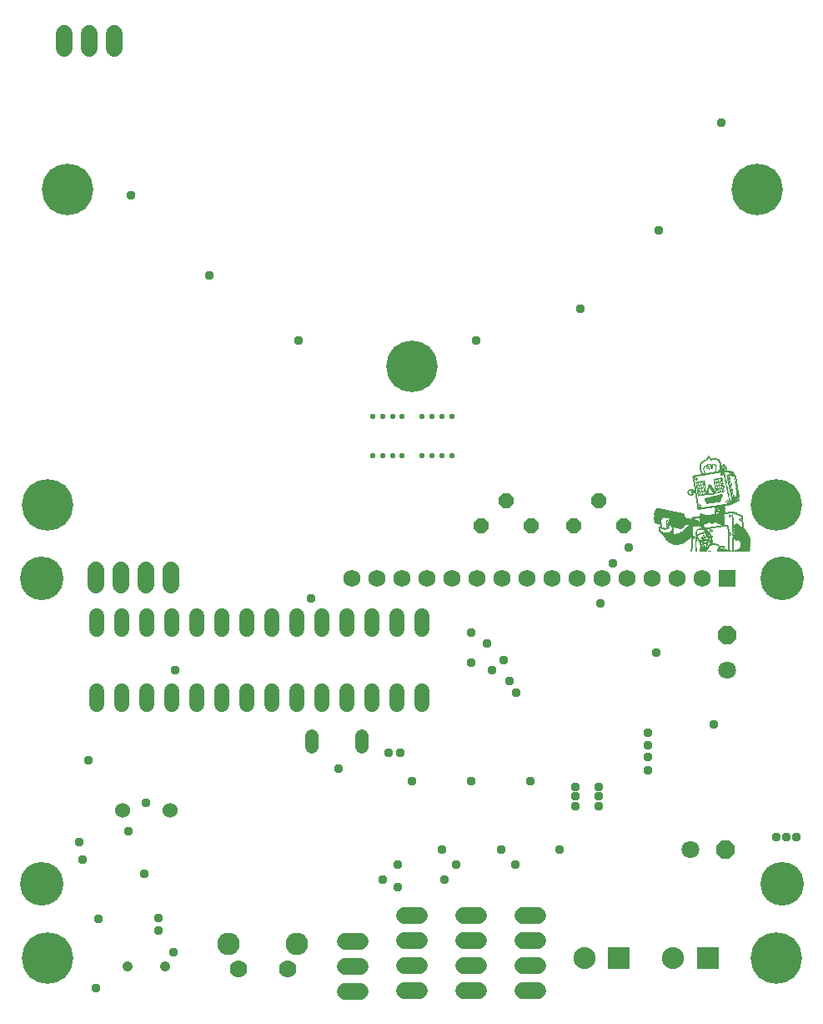
<source format=gbr>
G04 EAGLE Gerber X2 export*
%TF.Part,Single*%
%TF.FileFunction,Soldermask,Bot,1*%
%TF.FilePolarity,Negative*%
%TF.GenerationSoftware,Autodesk,EAGLE,8.6.1*%
%TF.CreationDate,2018-02-27T16:58:27Z*%
G75*
%MOMM*%
%FSLAX34Y34*%
%LPD*%
%AMOC8*
5,1,8,0,0,1.08239X$1,22.5*%
G01*
%ADD10R,0.127000X0.042162*%
%ADD11R,0.762000X0.042162*%
%ADD12R,0.381000X0.042162*%
%ADD13R,3.302000X0.042162*%
%ADD14R,0.127000X0.042419*%
%ADD15R,0.762000X0.042419*%
%ADD16R,0.254000X0.042419*%
%ADD17R,3.302000X0.042419*%
%ADD18R,1.313181X0.042419*%
%ADD19R,1.524000X0.042419*%
%ADD20R,1.270000X0.042162*%
%ADD21R,1.397000X0.042162*%
%ADD22R,0.802638X0.042419*%
%ADD23R,0.932181X0.042419*%
%ADD24R,0.718819X0.042419*%
%ADD25R,1.229363X0.042419*%
%ADD26R,0.170181X0.042162*%
%ADD27R,0.802638X0.042162*%
%ADD28R,0.591819X0.042162*%
%ADD29R,0.083819X0.042162*%
%ADD30R,1.143000X0.042162*%
%ADD31R,0.170181X0.042419*%
%ADD32R,0.845819X0.042419*%
%ADD33R,0.381000X0.042419*%
%ADD34R,0.083819X0.042419*%
%ADD35R,1.102363X0.042419*%
%ADD36R,1.059181X0.042419*%
%ADD37R,0.889000X0.042162*%
%ADD38R,0.210819X0.042162*%
%ADD39R,1.059181X0.042162*%
%ADD40R,0.594363X0.042419*%
%ADD41R,0.210819X0.042419*%
%ADD42R,1.056638X0.042419*%
%ADD43R,0.297181X0.042419*%
%ADD44R,0.167637X0.042419*%
%ADD45R,0.548638X0.042419*%
%ADD46R,0.043181X0.042162*%
%ADD47R,0.594363X0.042162*%
%ADD48R,1.016000X0.042162*%
%ADD49R,0.213363X0.042419*%
%ADD50R,0.043181X0.042419*%
%ADD51R,1.016000X0.042419*%
%ADD52R,0.086363X0.042419*%
%ADD53R,0.167637X0.042162*%
%ADD54R,0.294637X0.042162*%
%ADD55R,0.254000X0.042162*%
%ADD56R,0.721363X0.042419*%
%ADD57R,1.186181X0.042419*%
%ADD58R,0.551181X0.042419*%
%ADD59R,0.464819X0.042419*%
%ADD60R,1.397000X0.042419*%
%ADD61R,1.480819X0.042162*%
%ADD62R,0.213363X0.042162*%
%ADD63R,0.337819X0.042162*%
%ADD64R,1.056638X0.042162*%
%ADD65R,1.651000X0.042419*%
%ADD66R,1.099819X0.042419*%
%ADD67R,1.778000X0.042419*%
%ADD68R,1.864363X0.042162*%
%ADD69R,1.945638X0.042419*%
%ADD70R,0.591819X0.042419*%
%ADD71R,1.143000X0.042419*%
%ADD72R,2.032000X0.042419*%
%ADD73R,2.159000X0.042162*%
%ADD74R,0.464819X0.042162*%
%ADD75R,0.297181X0.042162*%
%ADD76R,1.186181X0.042162*%
%ADD77R,2.242819X0.042419*%
%ADD78R,2.329181X0.042419*%
%ADD79R,2.369819X0.042162*%
%ADD80R,1.356363X0.042162*%
%ADD81R,2.456181X0.042419*%
%ADD82R,2.540000X0.042419*%
%ADD83R,0.337819X0.042419*%
%ADD84R,0.508000X0.042419*%
%ADD85R,2.623819X0.042162*%
%ADD86R,0.551181X0.042162*%
%ADD87R,1.440181X0.042162*%
%ADD88R,2.667000X0.042419*%
%ADD89R,0.421637X0.042419*%
%ADD90R,1.480819X0.042419*%
%ADD91R,2.964181X0.042419*%
%ADD92R,3.091181X0.042162*%
%ADD93R,2.921000X0.042419*%
%ADD94R,2.964181X0.042162*%
%ADD95R,1.651000X0.042162*%
%ADD96R,3.048000X0.042419*%
%ADD97R,1.483363X0.042419*%
%ADD98R,2.583181X0.042419*%
%ADD99R,0.294637X0.042419*%
%ADD100R,1.440181X0.042419*%
%ADD101R,0.424181X0.042162*%
%ADD102R,1.610363X0.042162*%
%ADD103R,0.467363X0.042419*%
%ADD104R,0.424181X0.042419*%
%ADD105R,1.437638X0.042419*%
%ADD106R,1.353819X0.042162*%
%ADD107R,1.524000X0.042162*%
%ADD108R,1.270000X0.042419*%
%ADD109R,0.635000X0.042419*%
%ADD110R,1.183638X0.042419*%
%ADD111R,1.099819X0.042162*%
%ADD112R,1.229363X0.042162*%
%ADD113R,0.972819X0.042419*%
%ADD114R,0.929638X0.042162*%
%ADD115R,0.086363X0.042162*%
%ADD116R,0.889000X0.042419*%
%ADD117R,0.635000X0.042162*%
%ADD118R,0.972819X0.042162*%
%ADD119R,0.848363X0.042419*%
%ADD120R,0.340363X0.042162*%
%ADD121R,0.845819X0.042162*%
%ADD122R,0.675638X0.042162*%
%ADD123R,0.848363X0.042162*%
%ADD124R,0.548638X0.042162*%
%ADD125R,0.675638X0.042419*%
%ADD126R,1.694181X0.042419*%
%ADD127R,3.766819X0.042419*%
%ADD128R,3.893819X0.042162*%
%ADD129R,4.020819X0.042419*%
%ADD130R,4.064000X0.042419*%
%ADD131R,0.678181X0.042162*%
%ADD132R,3.218181X0.042162*%
%ADD133R,0.508000X0.042162*%
%ADD134R,0.678181X0.042419*%
%ADD135R,3.175000X0.042419*%
%ADD136R,2.496819X0.042419*%
%ADD137R,0.721363X0.042162*%
%ADD138R,3.131819X0.042162*%
%ADD139R,2.496819X0.042162*%
%ADD140R,3.091181X0.042419*%
%ADD141R,2.961638X0.042419*%
%ADD142R,0.040638X0.042162*%
%ADD143R,2.667000X0.042162*%
%ADD144R,2.499363X0.042419*%
%ADD145R,2.202181X0.042419*%
%ADD146R,0.340363X0.042419*%
%ADD147R,1.988819X0.042162*%
%ADD148R,1.821181X0.042419*%
%ADD149R,1.861819X0.042419*%
%ADD150R,2.075181X0.042162*%
%ADD151R,0.805181X0.042162*%
%ADD152R,3.258819X0.042419*%
%ADD153R,3.131819X0.042419*%
%ADD154R,2.580637X0.042162*%
%ADD155R,2.453638X0.042419*%
%ADD156R,0.929638X0.042419*%
%ADD157R,3.048000X0.042162*%
%ADD158R,1.310638X0.042419*%
%ADD159R,3.007363X0.042419*%
%ADD160R,2.877819X0.042419*%
%ADD161R,2.710181X0.042419*%
%ADD162R,1.818638X0.042419*%
%ADD163R,1.691638X0.042162*%
%ADD164R,2.286000X0.042419*%
%ADD165R,1.818638X0.042162*%
%ADD166R,1.737363X0.042419*%
%ADD167R,0.040638X0.042419*%
%ADD168R,1.564638X0.042162*%
%ADD169R,1.564638X0.042419*%
%ADD170R,1.694181X0.042162*%
%ADD171R,0.932181X0.042162*%
%ADD172R,0.421637X0.042162*%
%ADD173R,0.805181X0.042419*%
%ADD174C,0.553200*%
%ADD175C,1.524000*%
%ADD176C,1.524000*%
%ADD177C,1.320800*%
%ADD178C,2.286000*%
%ADD179C,1.778000*%
%ADD180R,1.727200X1.727200*%
%ADD181C,1.727200*%
%ADD182C,3.403200*%
%ADD183C,1.053200*%
%ADD184P,1.649562X8X22.500000*%
%ADD185R,2.235200X2.235200*%
%ADD186C,2.235200*%
%ADD187P,1.951982X8X22.500000*%
%ADD188C,1.803400*%
%ADD189P,1.951982X8X112.500000*%
%ADD190C,1.727200*%
%ADD191C,0.959600*%
%ADD192C,5.219200*%
%ADD193C,4.419200*%


D10*
X683771Y462117D03*
X688419Y462117D03*
D11*
X696267Y462117D03*
D12*
X702389Y462117D03*
D13*
X726316Y462117D03*
D14*
X683771Y462539D03*
X688419Y462539D03*
D15*
X696267Y462539D03*
D16*
X702617Y462539D03*
D17*
X726316Y462539D03*
D14*
X683771Y462964D03*
X688419Y462964D03*
D15*
X696267Y462964D03*
D18*
X716371Y462964D03*
D14*
X726112Y462964D03*
D19*
X735206Y462964D03*
D10*
X683771Y463387D03*
X688419Y463387D03*
D11*
X696267Y463387D03*
D20*
X716156Y463387D03*
D10*
X726112Y463387D03*
D21*
X736272Y463387D03*
D14*
X683771Y463809D03*
X688419Y463809D03*
D22*
X696471Y463809D03*
D23*
X714466Y463809D03*
D14*
X721871Y463809D03*
X726112Y463809D03*
D18*
X736691Y463809D03*
D14*
X683771Y464234D03*
X688419Y464234D03*
D22*
X696471Y464234D03*
D24*
X713831Y464234D03*
D14*
X721871Y464234D03*
X726112Y464234D03*
D25*
X737111Y464234D03*
D26*
X683986Y464657D03*
D10*
X688419Y464657D03*
D27*
X696471Y464657D03*
D28*
X713196Y464657D03*
D29*
X717006Y464657D03*
D10*
X721439Y464657D03*
X726112Y464657D03*
D30*
X737542Y464657D03*
D31*
X683986Y465079D03*
D14*
X688419Y465079D03*
D32*
X696686Y465079D03*
D33*
X712549Y465079D03*
D34*
X717006Y465079D03*
D14*
X721439Y465079D03*
X726112Y465079D03*
D35*
X737746Y465079D03*
D31*
X683986Y465504D03*
D14*
X688419Y465504D03*
D32*
X696686Y465504D03*
D16*
X712346Y465504D03*
D14*
X716791Y465504D03*
X721439Y465504D03*
X726112Y465504D03*
D36*
X737961Y465504D03*
D26*
X683986Y465927D03*
D10*
X688419Y465927D03*
D37*
X696902Y465927D03*
D38*
X712561Y465927D03*
D10*
X716791Y465927D03*
X721439Y465927D03*
X726112Y465927D03*
D39*
X737961Y465927D03*
D31*
X683986Y466349D03*
D34*
X688635Y466349D03*
D40*
X695836Y466349D03*
D31*
X700496Y466349D03*
D41*
X712561Y466349D03*
D14*
X716791Y466349D03*
X721439Y466349D03*
X726112Y466349D03*
D42*
X738381Y466349D03*
D31*
X683986Y466774D03*
D34*
X688635Y466774D03*
D43*
X694350Y466774D03*
D14*
X697741Y466774D03*
D44*
X700916Y466774D03*
D45*
X714251Y466774D03*
D14*
X721439Y466774D03*
X726112Y466774D03*
D42*
X738381Y466774D03*
D26*
X683986Y467197D03*
D29*
X688635Y467197D03*
D26*
X694146Y467197D03*
D10*
X697309Y467197D03*
D46*
X699430Y467197D03*
D38*
X701131Y467197D03*
D47*
X713616Y467197D03*
D10*
X721439Y467197D03*
X726112Y467197D03*
D48*
X738584Y467197D03*
D31*
X683986Y467619D03*
D34*
X688635Y467619D03*
D49*
X693931Y467619D03*
D14*
X696902Y467619D03*
D50*
X699430Y467619D03*
D49*
X701551Y467619D03*
D41*
X711291Y467619D03*
D49*
X714251Y467619D03*
D14*
X721439Y467619D03*
X726112Y467619D03*
D51*
X738584Y467619D03*
D31*
X683986Y468044D03*
D34*
X688635Y468044D03*
D41*
X693511Y468044D03*
D14*
X696471Y468044D03*
D52*
X699646Y468044D03*
D16*
X702186Y468044D03*
D41*
X710860Y468044D03*
D14*
X721439Y468044D03*
X726112Y468044D03*
D51*
X738584Y468044D03*
D10*
X684202Y468467D03*
D29*
X688635Y468467D03*
D53*
X693296Y468467D03*
D10*
X696039Y468467D03*
D46*
X699861Y468467D03*
D54*
X702821Y468467D03*
D55*
X710237Y468467D03*
D10*
X721439Y468467D03*
X726112Y468467D03*
D48*
X738584Y468467D03*
D34*
X668315Y468889D03*
D14*
X684202Y468889D03*
D34*
X688635Y468889D03*
D44*
X693296Y468889D03*
D14*
X695632Y468889D03*
D50*
X699861Y468889D03*
D23*
X706415Y468889D03*
D14*
X721439Y468889D03*
X726112Y468889D03*
D51*
X738584Y468889D03*
D56*
X668531Y469314D03*
D14*
X684202Y469314D03*
D34*
X688635Y469314D03*
D31*
X692876Y469314D03*
D34*
X695416Y469314D03*
X700065Y469314D03*
D15*
X706427Y469314D03*
D14*
X721439Y469314D03*
X726112Y469314D03*
D51*
X738584Y469314D03*
D48*
X668734Y469737D03*
D10*
X684202Y469737D03*
D29*
X688635Y469737D03*
D10*
X692661Y469737D03*
D46*
X695620Y469737D03*
D29*
X700065Y469737D03*
D28*
X706415Y469737D03*
D10*
X721439Y469737D03*
X726112Y469737D03*
D48*
X738584Y469737D03*
D57*
X668746Y470159D03*
D14*
X684202Y470159D03*
D34*
X688635Y470159D03*
D14*
X692661Y470159D03*
D58*
X698160Y470159D03*
D59*
X705780Y470159D03*
D14*
X721439Y470159D03*
X726112Y470159D03*
D42*
X738381Y470159D03*
D60*
X668962Y470584D03*
D14*
X684202Y470584D03*
D34*
X688635Y470584D03*
D49*
X692661Y470584D03*
D45*
X697741Y470584D03*
D16*
X702186Y470584D03*
D41*
X704941Y470584D03*
D14*
X721439Y470584D03*
X726112Y470584D03*
D42*
X738381Y470584D03*
D61*
X668950Y471007D03*
D10*
X684202Y471007D03*
D29*
X688635Y471007D03*
D62*
X692661Y471007D03*
D38*
X695620Y471007D03*
X699430Y471007D03*
D63*
X703875Y471007D03*
D10*
X721439Y471007D03*
X726112Y471007D03*
D64*
X738381Y471007D03*
D65*
X668962Y471429D03*
D14*
X684202Y471429D03*
D34*
X688635Y471429D03*
D14*
X692229Y471429D03*
D34*
X693715Y471429D03*
D31*
X695416Y471429D03*
D41*
X699430Y471429D03*
X704510Y471429D03*
D14*
X721439Y471429D03*
X726112Y471429D03*
D66*
X738165Y471429D03*
D67*
X669166Y471854D03*
D14*
X684202Y471854D03*
D34*
X688635Y471854D03*
D44*
X692026Y471854D03*
D41*
X694350Y471854D03*
D50*
X696051Y471854D03*
D41*
X699430Y471854D03*
D16*
X703887Y471854D03*
D14*
X721439Y471854D03*
X726112Y471854D03*
D66*
X738165Y471854D03*
D68*
X669166Y472277D03*
D10*
X684202Y472277D03*
D29*
X688635Y472277D03*
D53*
X692026Y472277D03*
X694566Y472277D03*
D29*
X696255Y472277D03*
X697956Y472277D03*
D53*
X699646Y472277D03*
D26*
X702605Y472277D03*
D10*
X704522Y472277D03*
X721439Y472277D03*
X726112Y472277D03*
D30*
X737949Y472277D03*
D69*
X669166Y472699D03*
D14*
X684202Y472699D03*
X688851Y472699D03*
D70*
X693715Y472699D03*
D50*
X697321Y472699D03*
D33*
X700281Y472699D03*
D14*
X704522Y472699D03*
X721439Y472699D03*
X726112Y472699D03*
D71*
X737542Y472699D03*
D72*
X669166Y473124D03*
D14*
X684202Y473124D03*
X688851Y473124D03*
D70*
X693715Y473124D03*
D33*
X699849Y473124D03*
D43*
X703671Y473124D03*
D14*
X721439Y473124D03*
X726112Y473124D03*
D44*
X730126Y473124D03*
D71*
X737542Y473124D03*
D73*
X669369Y473547D03*
D10*
X684202Y473547D03*
X688851Y473547D03*
X691391Y473547D03*
D46*
X693511Y473547D03*
D74*
X698591Y473547D03*
D75*
X703240Y473547D03*
D10*
X721439Y473547D03*
X726112Y473547D03*
D55*
X729694Y473547D03*
D76*
X737326Y473547D03*
D77*
X669381Y473969D03*
D14*
X684202Y473969D03*
X688851Y473969D03*
X690959Y473969D03*
D31*
X697525Y473969D03*
D43*
X700700Y473969D03*
D14*
X704091Y473969D03*
X721439Y473969D03*
X726112Y473969D03*
D44*
X728856Y473969D03*
D18*
X736691Y473969D03*
D78*
X669381Y474394D03*
D14*
X684202Y474394D03*
X688851Y474394D03*
D44*
X690756Y474394D03*
D33*
X696039Y474394D03*
D31*
X701335Y474394D03*
D14*
X704091Y474394D03*
X721439Y474394D03*
X726112Y474394D03*
D31*
X728436Y474394D03*
D18*
X736691Y474394D03*
D79*
X669585Y474817D03*
D10*
X684202Y474817D03*
X688851Y474817D03*
X690552Y474817D03*
D12*
X695632Y474817D03*
D26*
X701335Y474817D03*
D10*
X703659Y474817D03*
X721439Y474817D03*
X726112Y474817D03*
X728221Y474817D03*
D80*
X736476Y474817D03*
D81*
X669585Y475239D03*
D14*
X684202Y475239D03*
X685879Y475239D03*
X688851Y475239D03*
X690552Y475239D03*
D43*
X694781Y475239D03*
D31*
X701335Y475239D03*
D14*
X703659Y475239D03*
X721439Y475239D03*
X726112Y475239D03*
X727789Y475239D03*
D60*
X736272Y475239D03*
D82*
X669597Y475664D03*
D83*
X685256Y475664D03*
D43*
X689701Y475664D03*
D84*
X695836Y475664D03*
D31*
X701335Y475664D03*
X703875Y475664D03*
D14*
X721439Y475664D03*
X726112Y475664D03*
D52*
X727586Y475664D03*
D60*
X735841Y475664D03*
D85*
X669585Y476087D03*
D38*
X684621Y476087D03*
D29*
X686526Y476087D03*
D55*
X689486Y476087D03*
D86*
X696051Y476087D03*
D10*
X701119Y476087D03*
D55*
X703887Y476087D03*
D10*
X721439Y476087D03*
D55*
X726747Y476087D03*
D87*
X735625Y476087D03*
D88*
X669801Y476509D03*
D41*
X684621Y476509D03*
D52*
X686946Y476509D03*
D16*
X689486Y476509D03*
D41*
X694350Y476509D03*
D89*
X699646Y476509D03*
D14*
X703252Y476509D03*
D52*
X704726Y476509D03*
D14*
X721439Y476509D03*
D41*
X726531Y476509D03*
D90*
X735421Y476509D03*
D91*
X670855Y476934D03*
D34*
X686526Y476934D03*
D16*
X689486Y476934D03*
D31*
X696686Y476934D03*
D83*
X700065Y476934D03*
D14*
X703252Y476934D03*
D52*
X704726Y476934D03*
D14*
X721439Y476934D03*
D41*
X726531Y476934D03*
D90*
X735421Y476934D03*
D92*
X671490Y477357D03*
D38*
X689270Y477357D03*
D62*
X696471Y477357D03*
D63*
X700065Y477357D03*
D75*
X703671Y477357D03*
D10*
X721439Y477357D03*
D53*
X726316Y477357D03*
D61*
X734990Y477357D03*
D93*
X670232Y477779D03*
D34*
X686095Y477779D03*
D41*
X689270Y477779D03*
D49*
X696471Y477779D03*
D83*
X700065Y477779D03*
D16*
X703456Y477779D03*
D14*
X721439Y477779D03*
D44*
X726316Y477779D03*
D90*
X734990Y477779D03*
D93*
X670232Y478204D03*
D16*
X689486Y478204D03*
D49*
X696471Y478204D03*
D43*
X699861Y478204D03*
D14*
X702821Y478204D03*
X721439Y478204D03*
X723572Y478204D03*
D65*
X733732Y478204D03*
D94*
X670016Y478627D03*
D75*
X689701Y478627D03*
D10*
X696471Y478627D03*
D75*
X699861Y478627D03*
D26*
X702605Y478627D03*
D10*
X721439Y478627D03*
D38*
X723560Y478627D03*
D95*
X733732Y478627D03*
D96*
X669597Y479049D03*
D33*
X690121Y479049D03*
D43*
X699861Y479049D03*
D31*
X702605Y479049D03*
D49*
X721871Y479049D03*
D34*
X724195Y479049D03*
D14*
X726112Y479049D03*
D97*
X734571Y479049D03*
D33*
X655399Y479474D03*
D98*
X671921Y479474D03*
D14*
X688851Y479474D03*
D99*
X691391Y479474D03*
D43*
X699861Y479474D03*
D14*
X702389Y479474D03*
D49*
X721871Y479474D03*
D34*
X724195Y479474D03*
D14*
X726112Y479474D03*
D100*
X734355Y479474D03*
D55*
X654357Y479897D03*
D101*
X658155Y479897D03*
X663235Y479897D03*
D102*
X676786Y479897D03*
D10*
X688851Y479897D03*
D63*
X692445Y479897D03*
D74*
X700700Y479897D03*
D62*
X721871Y479897D03*
D29*
X724195Y479897D03*
D10*
X726112Y479897D03*
D21*
X734139Y479897D03*
D41*
X653710Y480319D03*
D70*
X658155Y480319D03*
D83*
X663666Y480319D03*
D97*
X677421Y480319D03*
D14*
X688851Y480319D03*
D103*
X693931Y480319D03*
D104*
X700496Y480319D03*
D14*
X721439Y480319D03*
D41*
X723560Y480319D03*
D14*
X726112Y480319D03*
D60*
X734139Y480319D03*
D31*
X653075Y480744D03*
D15*
X658167Y480744D03*
D43*
X663870Y480744D03*
D105*
X678056Y480744D03*
D14*
X688851Y480744D03*
D51*
X697537Y480744D03*
D14*
X721439Y480744D03*
D31*
X723356Y480744D03*
D19*
X733097Y480744D03*
D53*
X652656Y481167D03*
D38*
X654980Y481167D03*
D53*
X661546Y481167D03*
D55*
X664086Y481167D03*
D106*
X678475Y481167D03*
D10*
X688851Y481167D03*
D37*
X698172Y481167D03*
D10*
X721439Y481167D03*
D107*
X733097Y481167D03*
D31*
X652236Y481589D03*
D14*
X654129Y481589D03*
X662181Y481589D03*
D41*
X664301Y481589D03*
D108*
X678894Y481589D03*
D14*
X688851Y481589D03*
D109*
X699011Y481589D03*
D14*
X721439Y481589D03*
D90*
X732881Y481589D03*
D14*
X652021Y482014D03*
D34*
X653506Y482014D03*
D52*
X662816Y482014D03*
D31*
X664505Y482014D03*
D110*
X679326Y482014D03*
D14*
X688851Y482014D03*
D43*
X699430Y482014D03*
D34*
X703875Y482014D03*
D14*
X721439Y482014D03*
D90*
X732450Y482014D03*
D55*
X652224Y482437D03*
D29*
X663235Y482437D03*
D10*
X664721Y482437D03*
D111*
X679745Y482437D03*
D29*
X689066Y482437D03*
D54*
X699011Y482437D03*
D26*
X703875Y482437D03*
D10*
X721439Y482437D03*
D26*
X725896Y482437D03*
D112*
X733301Y482437D03*
D14*
X651589Y482859D03*
D50*
X652871Y482859D03*
D16*
X664517Y482859D03*
D42*
X679961Y482859D03*
D34*
X689066Y482859D03*
D16*
X698807Y482859D03*
D34*
X703036Y482859D03*
D52*
X704726Y482859D03*
D14*
X721439Y482859D03*
D31*
X725896Y482859D03*
D25*
X733301Y482859D03*
D31*
X651805Y483284D03*
D49*
X664721Y483284D03*
D113*
X680380Y483284D03*
D14*
X689282Y483284D03*
D43*
X698591Y483284D03*
D34*
X703036Y483284D03*
D52*
X704726Y483284D03*
D14*
X721439Y483284D03*
D31*
X725896Y483284D03*
D57*
X733085Y483284D03*
D53*
X651386Y483707D03*
D46*
X663870Y483707D03*
D10*
X665152Y483707D03*
D114*
X680596Y483707D03*
D53*
X689486Y483707D03*
D75*
X698160Y483707D03*
D29*
X703036Y483707D03*
D115*
X704726Y483707D03*
D10*
X721439Y483707D03*
D106*
X731815Y483707D03*
D44*
X651386Y484129D03*
D14*
X665152Y484129D03*
D116*
X680799Y484129D03*
D33*
X690959Y484129D03*
D83*
X697956Y484129D03*
D16*
X703887Y484129D03*
D14*
X721439Y484129D03*
D18*
X731611Y484129D03*
D44*
X651386Y484554D03*
D16*
X656897Y484554D03*
D14*
X665152Y484554D03*
D32*
X681015Y484554D03*
D113*
X694350Y484554D03*
D31*
X703875Y484554D03*
D14*
X721439Y484554D03*
D108*
X731396Y484554D03*
D53*
X651386Y484977D03*
D117*
X657101Y484977D03*
D10*
X665152Y484977D03*
D27*
X681231Y484977D03*
X695201Y484977D03*
D10*
X721032Y484977D03*
D38*
X726100Y484977D03*
D118*
X732450Y484977D03*
D44*
X651386Y485399D03*
D15*
X656897Y485399D03*
D14*
X665152Y485399D03*
D43*
X672760Y485399D03*
D24*
X681650Y485399D03*
D119*
X698376Y485399D03*
D14*
X721032Y485399D03*
D41*
X726100Y485399D03*
D23*
X732246Y485399D03*
D14*
X651589Y485824D03*
D99*
X654561Y485824D03*
D83*
X659425Y485824D03*
D31*
X664936Y485824D03*
D84*
X672137Y485824D03*
D24*
X681650Y485824D03*
D36*
X699430Y485824D03*
D14*
X721032Y485824D03*
D71*
X730761Y485824D03*
D120*
X652656Y486247D03*
D55*
X659844Y486247D03*
D10*
X664721Y486247D03*
D121*
X671286Y486247D03*
D122*
X681866Y486247D03*
D12*
X695632Y486247D03*
D123*
X703456Y486247D03*
D10*
X721032Y486247D03*
D30*
X730761Y486247D03*
D43*
X652440Y486669D03*
D16*
X659844Y486669D03*
D25*
X669801Y486669D03*
D109*
X682069Y486669D03*
D33*
X695201Y486669D03*
D32*
X706846Y486669D03*
D14*
X721032Y486669D03*
X725681Y486669D03*
D34*
X727166Y486669D03*
D32*
X732246Y486669D03*
D16*
X652656Y487094D03*
X659844Y487094D03*
D108*
X670004Y487094D03*
D70*
X682285Y487094D03*
D89*
X694566Y487094D03*
D119*
X709806Y487094D03*
D14*
X721032Y487094D03*
X725681Y487094D03*
D113*
X731611Y487094D03*
D53*
X652656Y487517D03*
D10*
X658802Y487517D03*
X660479Y487517D03*
D106*
X670016Y487517D03*
D124*
X682501Y487517D03*
D54*
X688851Y487517D03*
D74*
X694350Y487517D03*
D121*
X713196Y487517D03*
D26*
X720816Y487517D03*
D10*
X725681Y487517D03*
D115*
X727586Y487517D03*
D86*
X731180Y487517D03*
D26*
X735625Y487517D03*
D14*
X652859Y487939D03*
X658802Y487939D03*
X660479Y487939D03*
D60*
X669801Y487939D03*
D36*
X685460Y487939D03*
D103*
X693931Y487939D03*
D23*
X716575Y487939D03*
D14*
X725681Y487939D03*
D40*
X730126Y487939D03*
D31*
X735625Y487939D03*
D14*
X652859Y488364D03*
D34*
X658586Y488364D03*
D52*
X660276Y488364D03*
D100*
X669585Y488364D03*
D51*
X685676Y488364D03*
D84*
X693727Y488364D03*
D125*
X717426Y488364D03*
D14*
X725681Y488364D03*
X727789Y488364D03*
D33*
X730761Y488364D03*
D31*
X735625Y488364D03*
D10*
X652859Y488787D03*
D29*
X658586Y488787D03*
D115*
X660276Y488787D03*
D102*
X669166Y488787D03*
D107*
X688216Y488787D03*
D117*
X717222Y488787D03*
D10*
X725681Y488787D03*
X728221Y488787D03*
D62*
X730761Y488787D03*
D26*
X735625Y488787D03*
D52*
X652656Y489209D03*
D34*
X658586Y489209D03*
D67*
X668327Y489209D03*
D126*
X687796Y489209D03*
D33*
X715089Y489209D03*
D14*
X725681Y489209D03*
X728652Y489209D03*
D31*
X730976Y489209D03*
X735625Y489209D03*
X652236Y489634D03*
D34*
X658586Y489634D03*
D127*
X678271Y489634D03*
D84*
X714886Y489634D03*
D14*
X725681Y489634D03*
D83*
X729706Y489634D03*
D31*
X735625Y489634D03*
D120*
X651386Y490057D03*
D29*
X658586Y490057D03*
D128*
X678906Y490057D03*
D28*
X714466Y490057D03*
D10*
X725681Y490057D03*
D38*
X729910Y490057D03*
D26*
X735625Y490057D03*
D84*
X650547Y490479D03*
D34*
X658586Y490479D03*
D129*
X679541Y490479D03*
D31*
X704306Y490479D03*
D24*
X713831Y490479D03*
D14*
X725681Y490479D03*
D31*
X735625Y490479D03*
D40*
X650116Y490904D03*
D34*
X658586Y490904D03*
D130*
X680164Y490904D03*
D83*
X704306Y490904D03*
D15*
X713616Y490904D03*
D14*
X725681Y490904D03*
D31*
X735625Y490904D03*
D131*
X649696Y491327D03*
D46*
X658790Y491327D03*
D132*
X675935Y491327D03*
D37*
X696902Y491327D03*
D133*
X704294Y491327D03*
D121*
X713196Y491327D03*
D10*
X725681Y491327D03*
D26*
X735625Y491327D03*
D134*
X649696Y491749D03*
D50*
X658790Y491749D03*
D135*
X675719Y491749D03*
D90*
X699861Y491749D03*
D113*
X712561Y491749D03*
D14*
X725681Y491749D03*
X735409Y491749D03*
D56*
X649481Y492174D03*
D50*
X658790Y492174D03*
D135*
X675719Y492174D03*
D136*
X704941Y492174D03*
D14*
X725681Y492174D03*
X735409Y492174D03*
D137*
X649481Y492597D03*
D115*
X659006Y492597D03*
D138*
X675935Y492597D03*
D139*
X704941Y492597D03*
D10*
X725681Y492597D03*
X735409Y492597D03*
D56*
X649481Y493019D03*
D50*
X659221Y493019D03*
D140*
X675731Y493019D03*
D136*
X704941Y493019D03*
D14*
X725681Y493019D03*
D50*
X733720Y493019D03*
D14*
X735409Y493019D03*
D15*
X649277Y493444D03*
D50*
X659221Y493444D03*
D141*
X675516Y493444D03*
D136*
X704941Y493444D03*
D14*
X725681Y493444D03*
D31*
X733516Y493444D03*
D14*
X735409Y493444D03*
D11*
X649277Y493867D03*
D142*
X659641Y493867D03*
D143*
X674449Y493867D03*
D139*
X704941Y493867D03*
D10*
X725681Y493867D03*
D29*
X733085Y493867D03*
D38*
X734990Y493867D03*
D22*
X649481Y494289D03*
D144*
X673611Y494289D03*
D34*
X687365Y494289D03*
D136*
X704941Y494289D03*
D14*
X725681Y494289D03*
D52*
X732666Y494289D03*
D41*
X734990Y494289D03*
D22*
X649481Y494714D03*
D145*
X672556Y494714D03*
D146*
X685676Y494714D03*
D136*
X704941Y494714D03*
D14*
X725681Y494714D03*
D52*
X732666Y494714D03*
D41*
X734990Y494714D03*
D121*
X649696Y495137D03*
D147*
X671490Y495137D03*
D120*
X685676Y495137D03*
D139*
X704941Y495137D03*
D10*
X725681Y495137D03*
D63*
X734355Y495137D03*
D32*
X649696Y495559D03*
D148*
X670651Y495559D03*
D43*
X685460Y495559D03*
D136*
X704941Y495559D03*
D14*
X725681Y495559D03*
D31*
X733516Y495559D03*
D14*
X735409Y495559D03*
D116*
X649912Y495984D03*
D149*
X668746Y495984D03*
D84*
X686514Y495984D03*
D136*
X704941Y495984D03*
D14*
X725681Y495984D03*
X735409Y495984D03*
D118*
X650331Y496407D03*
D150*
X666841Y496407D03*
D151*
X688000Y496407D03*
D139*
X704941Y496407D03*
D10*
X725681Y496407D03*
X735409Y496407D03*
D135*
X661342Y496829D03*
D152*
X701131Y496829D03*
D31*
X722925Y496829D03*
D34*
X725465Y496829D03*
D14*
X735409Y496829D03*
D153*
X661126Y497254D03*
D91*
X702605Y497254D03*
D34*
X722086Y497254D03*
D14*
X723572Y497254D03*
D34*
X725465Y497254D03*
D14*
X735409Y497254D03*
D138*
X661126Y497677D03*
D154*
X704091Y497677D03*
D29*
X722086Y497677D03*
D115*
X723776Y497677D03*
D29*
X725465Y497677D03*
D38*
X734990Y497677D03*
D153*
X661126Y498099D03*
D155*
X704726Y498099D03*
D34*
X722086Y498099D03*
D52*
X723776Y498099D03*
D34*
X725465Y498099D03*
D99*
X734571Y498099D03*
D140*
X661330Y498524D03*
D105*
X699646Y498524D03*
D156*
X712346Y498524D03*
D34*
X722086Y498524D03*
D14*
X723572Y498524D03*
D34*
X725465Y498524D03*
D33*
X733732Y498524D03*
D157*
X661114Y498947D03*
D28*
X695416Y498947D03*
D95*
X708739Y498947D03*
D26*
X722925Y498947D03*
D29*
X725465Y498947D03*
D12*
X732869Y498947D03*
D96*
X661114Y499369D03*
D59*
X694781Y499369D03*
D158*
X710441Y499369D03*
D34*
X722925Y499369D03*
X725465Y499369D03*
D33*
X731599Y499369D03*
D159*
X660911Y499794D03*
D33*
X694362Y499794D03*
D51*
X711914Y499794D03*
D34*
X725465Y499794D03*
D104*
X730545Y499794D03*
D94*
X660695Y500217D03*
D62*
X693931Y500217D03*
D10*
X707901Y500217D03*
D118*
X714670Y500217D03*
D29*
X725465Y500217D03*
D12*
X729491Y500217D03*
D160*
X660695Y500639D03*
D14*
X693931Y500639D03*
X707901Y500639D03*
D51*
X716587Y500639D03*
D34*
X725465Y500639D03*
D33*
X728652Y500639D03*
D161*
X659856Y501064D03*
D14*
X707901Y501064D03*
D162*
X720601Y501064D03*
D139*
X658790Y501487D03*
D10*
X707901Y501487D03*
D163*
X719966Y501487D03*
D164*
X657736Y501909D03*
D16*
X708536Y501909D03*
D104*
X714035Y501909D03*
D14*
X717222Y501909D03*
D125*
X723776Y501909D03*
D72*
X656897Y502334D03*
D59*
X710021Y502334D03*
D14*
X717222Y502334D03*
D41*
X724830Y502334D03*
D165*
X655831Y502757D03*
D48*
X712777Y502757D03*
D65*
X655399Y503179D03*
D14*
X708332Y503179D03*
D15*
X713616Y503179D03*
D60*
X654129Y503604D03*
D31*
X708116Y503604D03*
D58*
X714670Y503604D03*
D76*
X653075Y504027D03*
D75*
X708751Y504027D03*
D63*
X714035Y504027D03*
D10*
X716791Y504027D03*
D113*
X652440Y504449D03*
D70*
X710656Y504449D03*
D16*
X716587Y504449D03*
D125*
X651386Y504874D03*
D83*
X691606Y504874D03*
D51*
X712777Y504874D03*
D74*
X650331Y505297D03*
D117*
X693092Y505297D03*
D10*
X708332Y505297D03*
D137*
X714251Y505297D03*
D43*
X649900Y505719D03*
D32*
X694146Y505719D03*
D44*
X708536Y505719D03*
D58*
X713400Y505719D03*
D14*
X717222Y505719D03*
D110*
X695836Y506144D03*
D99*
X709171Y506144D03*
D83*
X714035Y506144D03*
D31*
X717006Y506144D03*
D26*
X690336Y506567D03*
D10*
X692661Y506567D03*
D39*
X699430Y506567D03*
D133*
X710237Y506567D03*
D115*
X714886Y506567D03*
D10*
X716791Y506567D03*
D31*
X690336Y506989D03*
D49*
X692661Y506989D03*
D66*
X703036Y506989D03*
D40*
X712346Y506989D03*
D14*
X716791Y506989D03*
D16*
X690756Y507414D03*
D34*
X693715Y507414D03*
D166*
X709171Y507414D03*
D38*
X690540Y507837D03*
D29*
X693715Y507837D03*
D87*
X710656Y507837D03*
D14*
X690121Y508259D03*
D167*
X691391Y508259D03*
D34*
X693715Y508259D03*
D25*
X711711Y508259D03*
D14*
X690121Y508684D03*
D34*
X691606Y508684D03*
X693715Y508684D03*
D36*
X713831Y508684D03*
D26*
X689905Y509107D03*
D62*
X692661Y509107D03*
D48*
X716994Y509107D03*
D31*
X689905Y509529D03*
D34*
X692876Y509529D03*
D116*
X719331Y509529D03*
D31*
X689905Y509954D03*
D24*
X721451Y509954D03*
D26*
X689905Y510377D03*
D115*
X699646Y510377D03*
D133*
X723344Y510377D03*
D31*
X689905Y510799D03*
D16*
X700077Y510799D03*
D14*
X720601Y510799D03*
D33*
X724842Y510799D03*
D14*
X689689Y511224D03*
D84*
X701347Y511224D03*
D49*
X720601Y511224D03*
D34*
X722925Y511224D03*
D83*
X725896Y511224D03*
D10*
X689689Y511647D03*
D37*
X702821Y511647D03*
D29*
X719546Y511647D03*
D10*
X721439Y511647D03*
D26*
X723356Y511647D03*
D63*
X726735Y511647D03*
D44*
X689486Y512069D03*
D108*
X704726Y512069D03*
D167*
X719331Y512069D03*
D34*
X721655Y512069D03*
X722925Y512069D03*
D14*
X724411Y512069D03*
D146*
X727586Y512069D03*
D44*
X689486Y512494D03*
D97*
X705361Y512494D03*
D167*
X719331Y512494D03*
D34*
X721655Y512494D03*
X722925Y512494D03*
D41*
X724830Y512494D03*
D83*
X728436Y512494D03*
D53*
X689486Y512917D03*
D168*
X705361Y512917D03*
D29*
X719546Y512917D03*
D62*
X721871Y512917D03*
D75*
X725261Y512917D03*
D63*
X729275Y512917D03*
D14*
X689282Y513339D03*
D169*
X705361Y513339D03*
D49*
X720601Y513339D03*
D52*
X722506Y513339D03*
D33*
X725681Y513339D03*
D146*
X730126Y513339D03*
D14*
X689282Y513764D03*
D65*
X705361Y513764D03*
D167*
X720601Y513764D03*
D52*
X722506Y513764D03*
D89*
X726316Y513764D03*
D99*
X730761Y513764D03*
D10*
X689282Y514187D03*
D95*
X705361Y514187D03*
D115*
X722506Y514187D03*
D124*
X726951Y514187D03*
D38*
X731180Y514187D03*
D14*
X689282Y514609D03*
D126*
X705145Y514609D03*
D52*
X722506Y514609D03*
D70*
X727166Y514609D03*
D44*
X731396Y514609D03*
D31*
X689066Y515034D03*
D166*
X705361Y515034D03*
D34*
X722086Y515034D03*
D84*
X726747Y515034D03*
D50*
X729910Y515034D03*
D44*
X731396Y515034D03*
D26*
X689066Y515457D03*
D170*
X705576Y515457D03*
D29*
X722086Y515457D03*
D74*
X726531Y515457D03*
D46*
X729910Y515457D03*
D10*
X731192Y515457D03*
D31*
X689066Y515879D03*
D65*
X705792Y515879D03*
D34*
X722086Y515879D03*
D84*
X726747Y515879D03*
D49*
X730761Y515879D03*
D14*
X688851Y516304D03*
D97*
X706631Y516304D03*
D34*
X722086Y516304D03*
D14*
X724842Y516304D03*
D58*
X729071Y516304D03*
D10*
X688851Y516727D03*
D106*
X707685Y516727D03*
D29*
X722086Y516727D03*
D10*
X724842Y516727D03*
D29*
X726735Y516727D03*
D46*
X727801Y516727D03*
D120*
X730126Y516727D03*
D14*
X688851Y517149D03*
D110*
X708536Y517149D03*
D34*
X721655Y517149D03*
D14*
X724842Y517149D03*
D34*
X726735Y517149D03*
X728436Y517149D03*
D43*
X731180Y517149D03*
D14*
X688851Y517574D03*
D51*
X709374Y517574D03*
D34*
X721655Y517574D03*
D14*
X724842Y517574D03*
D52*
X726316Y517574D03*
D31*
X729275Y517574D03*
D41*
X731611Y517574D03*
D26*
X688635Y517997D03*
D171*
X710225Y517997D03*
D29*
X721655Y517997D03*
X724626Y517997D03*
D115*
X726316Y517997D03*
D53*
X730126Y517997D03*
D10*
X732031Y517997D03*
D31*
X688635Y518419D03*
D50*
X690971Y518419D03*
D15*
X711076Y518419D03*
D34*
X721655Y518419D03*
D14*
X724411Y518419D03*
D52*
X726316Y518419D03*
D43*
X731180Y518419D03*
D16*
X683136Y518844D03*
D31*
X688635Y518844D03*
D146*
X692026Y518844D03*
D58*
X712130Y518844D03*
D14*
X721439Y518844D03*
X724411Y518844D03*
D52*
X726316Y518844D03*
D16*
X731396Y518844D03*
D172*
X683136Y519267D03*
D10*
X688419Y519267D03*
D117*
X693499Y519267D03*
D101*
X713196Y519267D03*
D10*
X721439Y519267D03*
X724411Y519267D03*
D115*
X726316Y519267D03*
D75*
X731180Y519267D03*
D84*
X683136Y519689D03*
D14*
X688419Y519689D03*
D52*
X690756Y519689D03*
D50*
X693080Y519689D03*
D59*
X696051Y519689D03*
D83*
X701335Y519689D03*
D16*
X714047Y519689D03*
D52*
X721236Y519689D03*
D31*
X724195Y519689D03*
D34*
X725896Y519689D03*
D14*
X730329Y519689D03*
X732031Y519689D03*
X681231Y520114D03*
D31*
X685256Y520114D03*
D44*
X688216Y520114D03*
D52*
X690756Y520114D03*
D50*
X693080Y520114D03*
D34*
X695416Y520114D03*
D23*
X701335Y520114D03*
D52*
X721236Y520114D03*
D14*
X723979Y520114D03*
D34*
X725896Y520114D03*
D16*
X730964Y520114D03*
D10*
X680799Y520537D03*
X685472Y520537D03*
D53*
X688216Y520537D03*
D10*
X690552Y520537D03*
D46*
X693080Y520537D03*
D142*
X695201Y520537D03*
D118*
X702401Y520537D03*
D115*
X721236Y520537D03*
D10*
X723979Y520537D03*
D29*
X725896Y520537D03*
D55*
X730964Y520537D03*
D44*
X680596Y520959D03*
D41*
X685460Y520959D03*
D44*
X688216Y520959D03*
D14*
X690552Y520959D03*
D34*
X692876Y520959D03*
D167*
X695201Y520959D03*
D34*
X697525Y520959D03*
X698795Y520959D03*
D14*
X700281Y520959D03*
D84*
X705564Y520959D03*
D14*
X721032Y520959D03*
X723979Y520959D03*
D34*
X725896Y520959D03*
D16*
X730964Y520959D03*
D14*
X680392Y521384D03*
D45*
X686311Y521384D03*
D14*
X690552Y521384D03*
D34*
X692876Y521384D03*
D167*
X695201Y521384D03*
D50*
X697321Y521384D03*
D34*
X698795Y521384D03*
D14*
X700281Y521384D03*
D16*
X707266Y521384D03*
D34*
X709386Y521384D03*
D14*
X721032Y521384D03*
X723979Y521384D03*
D167*
X725681Y521384D03*
D16*
X730964Y521384D03*
D10*
X680392Y521807D03*
D124*
X686311Y521807D03*
D29*
X690336Y521807D03*
D142*
X692661Y521807D03*
X695201Y521807D03*
D46*
X697321Y521807D03*
D115*
X698376Y521807D03*
D10*
X700281Y521807D03*
X706199Y521807D03*
D86*
X710021Y521807D03*
D29*
X720816Y521807D03*
D53*
X723776Y521807D03*
D29*
X725465Y521807D03*
D55*
X730964Y521807D03*
D14*
X680392Y522229D03*
D58*
X685891Y522229D03*
D99*
X691391Y522229D03*
D50*
X694781Y522229D03*
X697321Y522229D03*
D52*
X698376Y522229D03*
D14*
X700281Y522229D03*
X705792Y522229D03*
D16*
X708104Y522229D03*
D70*
X712765Y522229D03*
D34*
X720816Y522229D03*
D14*
X723572Y522229D03*
D34*
X725465Y522229D03*
D16*
X730964Y522229D03*
D14*
X680392Y522654D03*
D58*
X685891Y522654D03*
D34*
X690336Y522654D03*
D99*
X693931Y522654D03*
D50*
X697321Y522654D03*
D52*
X698376Y522654D03*
D14*
X700281Y522654D03*
D34*
X705576Y522654D03*
D44*
X707266Y522654D03*
D34*
X708955Y522654D03*
D50*
X711291Y522654D03*
D89*
X714886Y522654D03*
D34*
X720816Y522654D03*
D14*
X723572Y522654D03*
D34*
X725465Y522654D03*
D16*
X730557Y522654D03*
D53*
X680596Y523077D03*
D133*
X686107Y523077D03*
D29*
X690336Y523077D03*
D142*
X692661Y523077D03*
D75*
X696051Y523077D03*
D115*
X698376Y523077D03*
D10*
X700281Y523077D03*
X705361Y523077D03*
X707062Y523077D03*
D29*
X708955Y523077D03*
D46*
X711291Y523077D03*
X713831Y523077D03*
D55*
X716156Y523077D03*
D10*
X720601Y523077D03*
X723572Y523077D03*
D29*
X725465Y523077D03*
D55*
X730557Y523077D03*
D14*
X680799Y523499D03*
D84*
X686107Y523499D03*
D14*
X690121Y523499D03*
D50*
X692241Y523499D03*
X694781Y523499D03*
D52*
X697106Y523499D03*
X698376Y523499D03*
D14*
X700281Y523499D03*
X704929Y523499D03*
D31*
X706846Y523499D03*
D34*
X708955Y523499D03*
D50*
X711291Y523499D03*
X713400Y523499D03*
X715940Y523499D03*
D34*
X717006Y523499D03*
X720385Y523499D03*
D14*
X723572Y523499D03*
D50*
X725261Y523499D03*
D16*
X730557Y523499D03*
D31*
X681446Y523924D03*
D103*
X686311Y523924D03*
D14*
X690121Y523924D03*
D50*
X692241Y523924D03*
X694781Y523924D03*
X696890Y523924D03*
D14*
X698172Y523924D03*
X700712Y523924D03*
D52*
X704726Y523924D03*
D14*
X706631Y523924D03*
D34*
X708955Y523924D03*
D50*
X711291Y523924D03*
X713400Y523924D03*
D34*
X715736Y523924D03*
X717006Y523924D03*
X720385Y523924D03*
D31*
X723356Y523924D03*
D52*
X725046Y523924D03*
D16*
X730557Y523924D03*
D74*
X683351Y524347D03*
D26*
X687796Y524347D03*
D29*
X689905Y524347D03*
D46*
X692241Y524347D03*
X694781Y524347D03*
X696890Y524347D03*
D10*
X698172Y524347D03*
X700712Y524347D03*
X704522Y524347D03*
X706199Y524347D03*
D115*
X708536Y524347D03*
D46*
X710860Y524347D03*
X713400Y524347D03*
D29*
X715736Y524347D03*
X717006Y524347D03*
X720385Y524347D03*
D10*
X723141Y524347D03*
D115*
X725046Y524347D03*
D29*
X729706Y524347D03*
D10*
X731192Y524347D03*
D146*
X683136Y524769D03*
D31*
X687796Y524769D03*
D34*
X689905Y524769D03*
D50*
X692241Y524769D03*
X694350Y524769D03*
X696890Y524769D03*
D34*
X697956Y524769D03*
D14*
X700712Y524769D03*
X704091Y524769D03*
D44*
X705996Y524769D03*
D52*
X708536Y524769D03*
D50*
X710860Y524769D03*
D34*
X713196Y524769D03*
D167*
X715521Y524769D03*
D34*
X716575Y524769D03*
X720385Y524769D03*
D14*
X723141Y524769D03*
D52*
X725046Y524769D03*
D41*
X730341Y524769D03*
D44*
X683136Y525194D03*
D14*
X687581Y525194D03*
D34*
X689905Y525194D03*
D50*
X692241Y525194D03*
X694350Y525194D03*
X696890Y525194D03*
D34*
X697956Y525194D03*
D14*
X700712Y525194D03*
D34*
X703875Y525194D03*
D31*
X705576Y525194D03*
D146*
X709806Y525194D03*
D34*
X713196Y525194D03*
D167*
X715521Y525194D03*
D34*
X716575Y525194D03*
D52*
X719966Y525194D03*
D14*
X723141Y525194D03*
D50*
X724830Y525194D03*
D41*
X730341Y525194D03*
D10*
X687581Y525617D03*
D75*
X690971Y525617D03*
D46*
X694350Y525617D03*
X696890Y525617D03*
D29*
X697956Y525617D03*
D10*
X700712Y525617D03*
X703659Y525617D03*
X705361Y525617D03*
D115*
X708536Y525617D03*
D63*
X711926Y525617D03*
D142*
X715521Y525617D03*
D29*
X716575Y525617D03*
D115*
X719966Y525617D03*
D29*
X722925Y525617D03*
D46*
X724830Y525617D03*
D38*
X730341Y525617D03*
D31*
X687365Y526039D03*
D34*
X689905Y526039D03*
D146*
X693296Y526039D03*
D34*
X696686Y526039D03*
X697956Y526039D03*
D14*
X700712Y526039D03*
X703252Y526039D03*
D31*
X705145Y526039D03*
D14*
X708332Y526039D03*
D34*
X710656Y526039D03*
D99*
X714251Y526039D03*
D34*
X716575Y526039D03*
D52*
X719966Y526039D03*
D14*
X722709Y526039D03*
D34*
X724626Y526039D03*
D16*
X730126Y526039D03*
D31*
X687365Y526464D03*
D52*
X689486Y526464D03*
D50*
X691810Y526464D03*
D16*
X695404Y526464D03*
D14*
X697741Y526464D03*
D44*
X700916Y526464D03*
D34*
X703036Y526464D03*
D44*
X704726Y526464D03*
D14*
X708332Y526464D03*
D34*
X710656Y526464D03*
D167*
X712981Y526464D03*
D50*
X715101Y526464D03*
D34*
X716575Y526464D03*
D52*
X719966Y526464D03*
D14*
X722709Y526464D03*
D34*
X724626Y526464D03*
X729275Y526464D03*
X730545Y526464D03*
D26*
X687365Y526887D03*
D115*
X689486Y526887D03*
D46*
X691810Y526887D03*
X694350Y526887D03*
D142*
X696471Y526887D03*
D10*
X697741Y526887D03*
X701119Y526887D03*
X702821Y526887D03*
X704522Y526887D03*
D29*
X708116Y526887D03*
D142*
X710441Y526887D03*
X712981Y526887D03*
D46*
X715101Y526887D03*
D115*
X716156Y526887D03*
X719966Y526887D03*
D10*
X722709Y526887D03*
D29*
X724626Y526887D03*
D38*
X729910Y526887D03*
D31*
X687365Y527309D03*
D52*
X689486Y527309D03*
D50*
X691810Y527309D03*
X694350Y527309D03*
D167*
X696471Y527309D03*
D34*
X697525Y527309D03*
D16*
X701754Y527309D03*
D14*
X704091Y527309D03*
D34*
X708116Y527309D03*
D167*
X710441Y527309D03*
D50*
X712561Y527309D03*
X715101Y527309D03*
D52*
X716156Y527309D03*
X719966Y527309D03*
D14*
X722709Y527309D03*
D167*
X724411Y527309D03*
D41*
X729910Y527309D03*
D31*
X687365Y527734D03*
D52*
X689486Y527734D03*
D50*
X691810Y527734D03*
D167*
X693931Y527734D03*
X696471Y527734D03*
D34*
X697525Y527734D03*
D49*
X701551Y527734D03*
D31*
X703875Y527734D03*
D34*
X708116Y527734D03*
D167*
X710441Y527734D03*
D50*
X712561Y527734D03*
X715101Y527734D03*
D52*
X716156Y527734D03*
D34*
X719546Y527734D03*
D52*
X722506Y527734D03*
D167*
X724411Y527734D03*
D41*
X729910Y527734D03*
D10*
X687149Y528157D03*
D115*
X689486Y528157D03*
D46*
X691810Y528157D03*
D142*
X693931Y528157D03*
X696471Y528157D03*
D29*
X697525Y528157D03*
D62*
X701551Y528157D03*
D10*
X703659Y528157D03*
X707901Y528157D03*
D142*
X710441Y528157D03*
D46*
X712561Y528157D03*
X715101Y528157D03*
D115*
X716156Y528157D03*
D29*
X719546Y528157D03*
D10*
X722302Y528157D03*
D29*
X724195Y528157D03*
D55*
X729694Y528157D03*
D14*
X687149Y528579D03*
D52*
X689486Y528579D03*
D50*
X691810Y528579D03*
D167*
X693931Y528579D03*
X696471Y528579D03*
D34*
X697525Y528579D03*
D31*
X701335Y528579D03*
D14*
X703252Y528579D03*
D83*
X708955Y528579D03*
D50*
X712561Y528579D03*
X714670Y528579D03*
D14*
X715952Y528579D03*
D34*
X719546Y528579D03*
D14*
X722302Y528579D03*
D34*
X724195Y528579D03*
D52*
X728856Y528579D03*
X730126Y528579D03*
D44*
X686946Y529004D03*
D146*
X690756Y529004D03*
D167*
X693931Y529004D03*
D41*
X696890Y529004D03*
D43*
X702401Y529004D03*
D34*
X707685Y529004D03*
D83*
X711495Y529004D03*
D50*
X714670Y529004D03*
D14*
X715952Y529004D03*
D34*
X719546Y529004D03*
D14*
X722302Y529004D03*
D34*
X724195Y529004D03*
D52*
X728856Y529004D03*
X730126Y529004D03*
D53*
X686946Y529427D03*
D29*
X689066Y529427D03*
D142*
X691391Y529427D03*
D55*
X693727Y529427D03*
D46*
X696051Y529427D03*
D115*
X697106Y529427D03*
D55*
X702186Y529427D03*
D29*
X707685Y529427D03*
D46*
X710021Y529427D03*
X712130Y529427D03*
D26*
X714035Y529427D03*
D29*
X715736Y529427D03*
X719546Y529427D03*
D10*
X722302Y529427D03*
D115*
X723776Y529427D03*
D62*
X729491Y529427D03*
D14*
X686742Y529849D03*
D34*
X689066Y529849D03*
D167*
X691391Y529849D03*
X693931Y529849D03*
D14*
X695632Y529849D03*
D52*
X697106Y529849D03*
D34*
X702605Y529849D03*
X707685Y529849D03*
D50*
X710021Y529849D03*
X712130Y529849D03*
X714670Y529849D03*
D34*
X715736Y529849D03*
X719115Y529849D03*
X722086Y529849D03*
D52*
X723776Y529849D03*
D49*
X729491Y529849D03*
D14*
X686742Y530274D03*
D34*
X689066Y530274D03*
D167*
X691391Y530274D03*
X693931Y530274D03*
D50*
X696051Y530274D03*
D52*
X697106Y530274D03*
D34*
X707685Y530274D03*
D50*
X710021Y530274D03*
X712130Y530274D03*
X714670Y530274D03*
D34*
X715736Y530274D03*
X719115Y530274D03*
D14*
X721871Y530274D03*
D52*
X723776Y530274D03*
D49*
X729491Y530274D03*
D10*
X686742Y530697D03*
D29*
X689066Y530697D03*
D142*
X691391Y530697D03*
D46*
X693511Y530697D03*
X696051Y530697D03*
D115*
X697106Y530697D03*
X707266Y530697D03*
D46*
X709590Y530697D03*
X712130Y530697D03*
D38*
X715101Y530697D03*
D29*
X719115Y530697D03*
D10*
X721871Y530697D03*
D115*
X723776Y530697D03*
D46*
X728640Y530697D03*
D10*
X729922Y530697D03*
D14*
X686742Y531119D03*
D34*
X689066Y531119D03*
D167*
X691391Y531119D03*
D50*
X693511Y531119D03*
X696051Y531119D03*
D52*
X697106Y531119D03*
X707266Y531119D03*
D50*
X709590Y531119D03*
X712130Y531119D03*
D167*
X714251Y531119D03*
D14*
X715521Y531119D03*
D34*
X719115Y531119D03*
D14*
X721871Y531119D03*
D52*
X723776Y531119D03*
D50*
X728640Y531119D03*
D34*
X729706Y531119D03*
D14*
X686742Y531544D03*
D34*
X689066Y531544D03*
D167*
X691391Y531544D03*
D50*
X693511Y531544D03*
D52*
X695836Y531544D03*
X697106Y531544D03*
X707266Y531544D03*
D50*
X709590Y531544D03*
X712130Y531544D03*
D167*
X714251Y531544D03*
D34*
X715305Y531544D03*
X719115Y531544D03*
D14*
X721871Y531544D03*
D34*
X723356Y531544D03*
D41*
X729071Y531544D03*
D26*
X686526Y531967D03*
D54*
X690121Y531967D03*
D46*
X693511Y531967D03*
X695620Y531967D03*
D29*
X696686Y531967D03*
D120*
X708536Y531967D03*
D142*
X711711Y531967D03*
X714251Y531967D03*
D29*
X715305Y531967D03*
D115*
X718696Y531967D03*
D10*
X721439Y531967D03*
D29*
X723356Y531967D03*
D142*
X728221Y531967D03*
D10*
X729491Y531967D03*
D31*
X686526Y532389D03*
D45*
X691391Y532389D03*
D50*
X695620Y532389D03*
D34*
X696686Y532389D03*
D52*
X707266Y532389D03*
D50*
X709590Y532389D03*
D99*
X711711Y532389D03*
D167*
X714251Y532389D03*
D34*
X715305Y532389D03*
D52*
X718696Y532389D03*
D14*
X721439Y532389D03*
D34*
X723356Y532389D03*
D167*
X728221Y532389D03*
D14*
X729491Y532389D03*
D31*
X686526Y532814D03*
D58*
X693080Y532814D03*
D34*
X696686Y532814D03*
D52*
X707266Y532814D03*
D50*
X709590Y532814D03*
D167*
X711711Y532814D03*
D41*
X713400Y532814D03*
D34*
X715305Y532814D03*
D52*
X718696Y532814D03*
D14*
X721439Y532814D03*
D34*
X723356Y532814D03*
D167*
X728221Y532814D03*
D14*
X729491Y532814D03*
D10*
X686311Y533237D03*
D101*
X694985Y533237D03*
D29*
X706846Y533237D03*
D142*
X709171Y533237D03*
X711711Y533237D03*
D46*
X713831Y533237D03*
D115*
X714886Y533237D03*
X718696Y533237D03*
D10*
X721439Y533237D03*
D142*
X723141Y533237D03*
D53*
X728856Y533237D03*
D14*
X686311Y533659D03*
D31*
X696255Y533659D03*
D34*
X706846Y533659D03*
D167*
X709171Y533659D03*
X711711Y533659D03*
D50*
X713831Y533659D03*
D52*
X714886Y533659D03*
D14*
X718492Y533659D03*
X721439Y533659D03*
D34*
X722925Y533659D03*
D44*
X728856Y533659D03*
D14*
X686311Y534084D03*
D34*
X706846Y534084D03*
D167*
X709171Y534084D03*
X711711Y534084D03*
D50*
X713831Y534084D03*
D52*
X714886Y534084D03*
D14*
X718492Y534084D03*
X721032Y534084D03*
D34*
X722925Y534084D03*
D44*
X728856Y534084D03*
D10*
X686311Y534507D03*
D53*
X688216Y534507D03*
D29*
X706846Y534507D03*
D142*
X709171Y534507D03*
D46*
X711291Y534507D03*
X713831Y534507D03*
D115*
X714886Y534507D03*
D29*
X718276Y534507D03*
D10*
X721032Y534507D03*
D29*
X722925Y534507D03*
D10*
X729059Y534507D03*
D104*
X687365Y534929D03*
D99*
X707901Y534929D03*
D50*
X711291Y534929D03*
X713831Y534929D03*
D52*
X714886Y534929D03*
D34*
X718276Y534929D03*
D14*
X721032Y534929D03*
D34*
X722925Y534929D03*
D50*
X727801Y534929D03*
D14*
X729059Y534929D03*
D16*
X686514Y535354D03*
D14*
X689282Y535354D03*
D84*
X708967Y535354D03*
D31*
X714035Y535354D03*
D34*
X718276Y535354D03*
D14*
X721032Y535354D03*
D50*
X722721Y535354D03*
X727801Y535354D03*
D14*
X729059Y535354D03*
D62*
X686311Y535777D03*
D115*
X689486Y535777D03*
D86*
X710860Y535777D03*
D29*
X714466Y535777D03*
D10*
X718061Y535777D03*
X721032Y535777D03*
D115*
X722506Y535777D03*
D26*
X728436Y535777D03*
D14*
X685879Y536199D03*
D50*
X687161Y536199D03*
D52*
X689486Y536199D03*
D104*
X712765Y536199D03*
D14*
X718061Y536199D03*
X720601Y536199D03*
D52*
X722506Y536199D03*
D31*
X728436Y536199D03*
D14*
X685879Y536624D03*
D34*
X687365Y536624D03*
X689066Y536624D03*
D14*
X714251Y536624D03*
D34*
X717845Y536624D03*
D14*
X720601Y536624D03*
D52*
X722506Y536624D03*
D14*
X728652Y536624D03*
D53*
X685676Y537047D03*
D38*
X688431Y537047D03*
D29*
X717845Y537047D03*
D10*
X720601Y537047D03*
D115*
X722506Y537047D03*
D10*
X728652Y537047D03*
D44*
X685676Y537469D03*
D34*
X717845Y537469D03*
X720385Y537469D03*
D50*
X722290Y537469D03*
D14*
X728652Y537469D03*
D99*
X686311Y537894D03*
D14*
X717629Y537894D03*
D34*
X720385Y537894D03*
X722086Y537894D03*
D14*
X728221Y537894D03*
D133*
X687377Y538317D03*
D115*
X717426Y538317D03*
D10*
X720169Y538317D03*
D29*
X722086Y538317D03*
D10*
X728221Y538317D03*
D56*
X688851Y538739D03*
D52*
X717426Y538739D03*
D43*
X721020Y538739D03*
D104*
X726735Y538739D03*
D119*
X690756Y539164D03*
D52*
X714886Y539164D03*
X717426Y539164D03*
D32*
X724195Y539164D03*
D37*
X693499Y539587D03*
D55*
X714886Y539587D03*
D115*
X717426Y539587D03*
D137*
X724411Y539587D03*
D116*
X696039Y540009D03*
D50*
X713831Y540009D03*
D34*
X715736Y540009D03*
D14*
X717222Y540009D03*
X722302Y540009D03*
D52*
X723776Y540009D03*
D44*
X726316Y540009D03*
D116*
X697741Y540434D03*
D52*
X713616Y540434D03*
D41*
X716371Y540434D03*
D52*
X723776Y540434D03*
D41*
X726100Y540434D03*
D39*
X699430Y540857D03*
D115*
X713616Y540857D03*
D38*
X716371Y540857D03*
D115*
X723776Y540857D03*
D38*
X726100Y540857D03*
D14*
X694769Y541279D03*
D113*
X702401Y541279D03*
D50*
X713831Y541279D03*
D34*
X715736Y541279D03*
X717006Y541279D03*
D83*
X725465Y541279D03*
D14*
X694362Y541704D03*
D34*
X697956Y541704D03*
D116*
X705361Y541704D03*
D16*
X714886Y541704D03*
D34*
X717006Y541704D03*
D31*
X725896Y541704D03*
D10*
X694362Y542127D03*
D29*
X697525Y542127D03*
D121*
X708116Y542127D03*
D115*
X714886Y542127D03*
D10*
X716791Y542127D03*
D133*
X724207Y542127D03*
D14*
X693931Y542549D03*
D50*
X697321Y542549D03*
D32*
X710656Y542549D03*
D34*
X716575Y542549D03*
D173*
X722721Y542549D03*
D14*
X693931Y542974D03*
D52*
X697106Y542974D03*
D149*
X717006Y542974D03*
D10*
X693499Y543397D03*
D46*
X696890Y543397D03*
X708751Y543397D03*
D80*
X717426Y543397D03*
D14*
X693499Y543819D03*
D50*
X696890Y543819D03*
X708751Y543819D03*
D116*
X716359Y543819D03*
D14*
X693092Y544244D03*
D34*
X696686Y544244D03*
D50*
X708751Y544244D03*
D14*
X712549Y544244D03*
D43*
X715940Y544244D03*
D50*
X718480Y544244D03*
D34*
X719546Y544244D03*
D10*
X693092Y544667D03*
D29*
X696686Y544667D03*
X708955Y544667D03*
D10*
X712981Y544667D03*
D29*
X714466Y544667D03*
D142*
X715521Y544667D03*
D46*
X718480Y544667D03*
D29*
X719546Y544667D03*
D14*
X693092Y545089D03*
D167*
X696471Y545089D03*
D34*
X708955Y545089D03*
D14*
X712981Y545089D03*
D34*
X714466Y545089D03*
D167*
X715521Y545089D03*
D14*
X718899Y545089D03*
X693092Y545514D03*
D167*
X696471Y545514D03*
D34*
X701766Y545514D03*
X708955Y545514D03*
D14*
X712981Y545514D03*
D34*
X714466Y545514D03*
D167*
X715521Y545514D03*
D14*
X716791Y545514D03*
X718899Y545514D03*
D10*
X692661Y545937D03*
D142*
X696471Y545937D03*
D26*
X701335Y545937D03*
D10*
X704091Y545937D03*
D29*
X708955Y545937D03*
D10*
X712981Y545937D03*
D29*
X714466Y545937D03*
D142*
X715521Y545937D03*
D46*
X716371Y545937D03*
X717210Y545937D03*
D53*
X718696Y545937D03*
D14*
X692661Y546359D03*
D34*
X696686Y546359D03*
D14*
X700281Y546359D03*
D50*
X701970Y546359D03*
X703671Y546359D03*
D52*
X704726Y546359D03*
D34*
X708955Y546359D03*
D14*
X712981Y546359D03*
D34*
X714466Y546359D03*
D167*
X715521Y546359D03*
D50*
X716371Y546359D03*
X717210Y546359D03*
D167*
X718061Y546359D03*
D34*
X719115Y546359D03*
D14*
X692661Y546784D03*
D50*
X696890Y546784D03*
X699861Y546784D03*
X701970Y546784D03*
X703671Y546784D03*
X704941Y546784D03*
D34*
X708955Y546784D03*
D14*
X712981Y546784D03*
D34*
X714466Y546784D03*
X715736Y546784D03*
D50*
X717210Y546784D03*
D167*
X718061Y546784D03*
D34*
X719115Y546784D03*
D10*
X692661Y547207D03*
D46*
X696890Y547207D03*
D115*
X699646Y547207D03*
D29*
X701766Y547207D03*
D115*
X703456Y547207D03*
D29*
X705145Y547207D03*
X708955Y547207D03*
D10*
X712981Y547207D03*
D29*
X714466Y547207D03*
D46*
X715940Y547207D03*
D10*
X717222Y547207D03*
D29*
X719115Y547207D03*
D14*
X692661Y547629D03*
D52*
X697106Y547629D03*
D34*
X699226Y547629D03*
D167*
X701551Y547629D03*
D52*
X703456Y547629D03*
D167*
X705361Y547629D03*
D34*
X708955Y547629D03*
D14*
X712981Y547629D03*
D34*
X714466Y547629D03*
D50*
X716371Y547629D03*
X717641Y547629D03*
D52*
X718696Y547629D03*
D14*
X692661Y548054D03*
D50*
X697321Y548054D03*
D34*
X699226Y548054D03*
X701335Y548054D03*
D52*
X703456Y548054D03*
D167*
X705361Y548054D03*
D34*
X708955Y548054D03*
D14*
X712981Y548054D03*
D34*
X714466Y548054D03*
D14*
X716791Y548054D03*
D52*
X718696Y548054D03*
D10*
X692661Y548477D03*
D29*
X697956Y548477D03*
D142*
X699011Y548477D03*
D115*
X700916Y548477D03*
X703456Y548477D03*
D142*
X705361Y548477D03*
D46*
X708751Y548477D03*
D10*
X712981Y548477D03*
X714682Y548477D03*
X718492Y548477D03*
D14*
X692661Y548899D03*
D44*
X698376Y548899D03*
D14*
X700281Y548899D03*
D52*
X703456Y548899D03*
D167*
X705361Y548899D03*
D50*
X708751Y548899D03*
D14*
X712981Y548899D03*
D31*
X715305Y548899D03*
D41*
X717641Y548899D03*
D14*
X692661Y549324D03*
D31*
X699226Y549324D03*
D50*
X703671Y549324D03*
D34*
X705145Y549324D03*
D52*
X708536Y549324D03*
D14*
X712981Y549324D03*
D16*
X716587Y549324D03*
D10*
X693092Y549747D03*
D115*
X699646Y549747D03*
D26*
X704306Y549747D03*
D10*
X707901Y549747D03*
X712981Y549747D03*
D53*
X716156Y549747D03*
D14*
X693092Y550169D03*
X700281Y550169D03*
D89*
X705996Y550169D03*
D14*
X712981Y550169D03*
X716359Y550169D03*
X693092Y550594D03*
D33*
X702389Y550594D03*
D14*
X705792Y550594D03*
X712981Y550594D03*
D52*
X716156Y550594D03*
D10*
X693499Y551017D03*
X712981Y551017D03*
D31*
X693715Y551439D03*
D14*
X712981Y551439D03*
X693931Y551864D03*
X712981Y551864D03*
D53*
X694566Y552287D03*
D10*
X712549Y552287D03*
D41*
X694781Y552709D03*
D14*
X712549Y552709D03*
D31*
X695416Y553134D03*
D14*
X712142Y553134D03*
D38*
X696051Y553557D03*
D10*
X712142Y553557D03*
D16*
X697106Y553979D03*
D14*
X711711Y553979D03*
D83*
X697956Y554404D03*
D44*
X711076Y554404D03*
D55*
X698807Y554827D03*
D10*
X703659Y554827D03*
D62*
X710441Y554827D03*
D31*
X699226Y555249D03*
D89*
X704726Y555249D03*
D104*
X709386Y555249D03*
D14*
X699849Y555674D03*
D22*
X706631Y555674D03*
D10*
X699849Y556097D03*
X702821Y556097D03*
D74*
X707050Y556097D03*
D14*
X700281Y556519D03*
D31*
X702605Y556519D03*
D14*
X700281Y556944D03*
D44*
X702186Y556944D03*
D55*
X701347Y557367D03*
D41*
X701131Y557789D03*
X701131Y558214D03*
D10*
X701119Y558637D03*
D174*
X360000Y560000D03*
X370000Y560000D03*
X380000Y560000D03*
X390000Y560000D03*
X410000Y560000D03*
X420000Y560000D03*
X430000Y560000D03*
X440000Y560000D03*
X440000Y600000D03*
X430000Y600000D03*
X420000Y600000D03*
X410000Y600000D03*
X390000Y600000D03*
X380000Y600000D03*
X370000Y600000D03*
X360000Y600000D03*
D175*
X105870Y200000D03*
X154130Y200000D03*
D176*
X79900Y307796D02*
X79900Y321004D01*
X105300Y321004D02*
X105300Y307796D01*
X130700Y307796D02*
X130700Y321004D01*
X156100Y321004D02*
X156100Y307796D01*
X181500Y307796D02*
X181500Y321004D01*
X206900Y321004D02*
X206900Y307796D01*
X232300Y307796D02*
X232300Y321004D01*
X257700Y321004D02*
X257700Y307796D01*
X283100Y307796D02*
X283100Y321004D01*
X308500Y321004D02*
X308500Y307796D01*
X333900Y307796D02*
X333900Y321004D01*
X359300Y321004D02*
X359300Y307796D01*
X384700Y307796D02*
X384700Y321004D01*
X410100Y321004D02*
X410100Y307796D01*
X410100Y383996D02*
X410100Y397204D01*
X384700Y397204D02*
X384700Y383996D01*
X359300Y383996D02*
X359300Y397204D01*
X333900Y397204D02*
X333900Y383996D01*
X308500Y383996D02*
X308500Y397204D01*
X283100Y397204D02*
X283100Y383996D01*
X257700Y383996D02*
X257700Y397204D01*
X232300Y397204D02*
X232300Y383996D01*
X206900Y383996D02*
X206900Y397204D01*
X181500Y397204D02*
X181500Y383996D01*
X156100Y383996D02*
X156100Y397204D01*
X130700Y397204D02*
X130700Y383996D01*
X105300Y383996D02*
X105300Y397204D01*
X79900Y397204D02*
X79900Y383996D01*
D177*
X348700Y275288D02*
X348700Y264112D01*
X297900Y264112D02*
X297900Y275288D01*
D178*
X213300Y64100D03*
D179*
X273300Y39100D03*
X223300Y39100D03*
D178*
X283300Y64100D03*
D180*
X719600Y435500D03*
D181*
X694200Y435500D03*
X668800Y435500D03*
X643400Y435500D03*
X618000Y435500D03*
X592600Y435500D03*
X567200Y435500D03*
X541800Y435500D03*
X516400Y435500D03*
X491000Y435500D03*
X465600Y435500D03*
X440200Y435500D03*
X414800Y435500D03*
X389400Y435500D03*
X364000Y435500D03*
X338600Y435500D03*
D182*
X775600Y435500D03*
X775600Y125500D03*
X23600Y125500D03*
X23600Y435500D03*
D183*
X111000Y42000D03*
X149000Y42000D03*
D184*
X563600Y489000D03*
X614400Y489000D03*
X589000Y514400D03*
X469600Y489000D03*
X520400Y489000D03*
X495000Y514400D03*
D185*
X610000Y50000D03*
D186*
X575000Y50000D03*
D185*
X700000Y50000D03*
D186*
X665000Y50000D03*
D187*
X717780Y160000D03*
D188*
X682220Y160000D03*
D189*
X720000Y377780D03*
D188*
X720000Y342220D03*
D190*
X527620Y16900D02*
X512380Y16900D01*
X512380Y42300D02*
X527620Y42300D01*
X527620Y67700D02*
X512380Y67700D01*
X512380Y93100D02*
X527620Y93100D01*
X467620Y16900D02*
X452380Y16900D01*
X452380Y42300D02*
X467620Y42300D01*
X467620Y67700D02*
X452380Y67700D01*
X452380Y93100D02*
X467620Y93100D01*
X407620Y16900D02*
X392380Y16900D01*
X392380Y42300D02*
X407620Y42300D01*
X407620Y67700D02*
X392380Y67700D01*
X392380Y93100D02*
X407620Y93100D01*
X347620Y16600D02*
X332380Y16600D01*
X332380Y42000D02*
X347620Y42000D01*
X347620Y67400D02*
X332380Y67400D01*
X155100Y428380D02*
X155100Y443620D01*
X129700Y443620D02*
X129700Y428380D01*
X104300Y428380D02*
X104300Y443620D01*
X78900Y443620D02*
X78900Y428380D01*
X97400Y973380D02*
X97400Y988620D01*
X72000Y988620D02*
X72000Y973380D01*
X46600Y973380D02*
X46600Y988620D01*
D191*
X158000Y56000D03*
X130000Y208000D03*
X400000Y230000D03*
X460000Y230000D03*
X520000Y230000D03*
X385000Y145000D03*
X445000Y145000D03*
X505000Y145000D03*
X706000Y287000D03*
X639000Y279000D03*
X639000Y266000D03*
X639000Y254000D03*
X639000Y241000D03*
X780000Y173000D03*
X770000Y173000D03*
X790000Y173000D03*
X589000Y224000D03*
X589000Y214000D03*
X566000Y224000D03*
X566000Y214000D03*
X589000Y204000D03*
X566000Y204000D03*
X370000Y130000D03*
X648000Y360000D03*
X325000Y242000D03*
X79000Y20000D03*
X128000Y136000D03*
X81000Y90000D03*
X112000Y179000D03*
X62000Y168000D03*
X71000Y251000D03*
X159000Y342000D03*
X297000Y415000D03*
D192*
X50000Y830000D03*
X400000Y650000D03*
X750000Y830000D03*
D191*
X114000Y824000D03*
X194000Y743000D03*
X285000Y677000D03*
X465000Y677000D03*
X571000Y709000D03*
X650000Y788000D03*
X714000Y898000D03*
X430000Y160000D03*
X490000Y160000D03*
X550000Y160000D03*
X604000Y451000D03*
X620000Y467000D03*
X433000Y130000D03*
X385000Y122000D03*
X460000Y380000D03*
X506000Y319000D03*
X376000Y258000D03*
X388000Y258000D03*
X460000Y350000D03*
X481000Y342000D03*
X65000Y150000D03*
X142000Y91000D03*
X142000Y78000D03*
D193*
X775500Y435500D03*
X23500Y435500D03*
X23500Y125500D03*
X775500Y125500D03*
D191*
X591000Y410000D03*
X499000Y331000D03*
D192*
X30000Y50000D03*
X770000Y50000D03*
X770000Y510000D03*
X30000Y510000D03*
D191*
X493000Y352000D03*
X476000Y369000D03*
M02*

</source>
